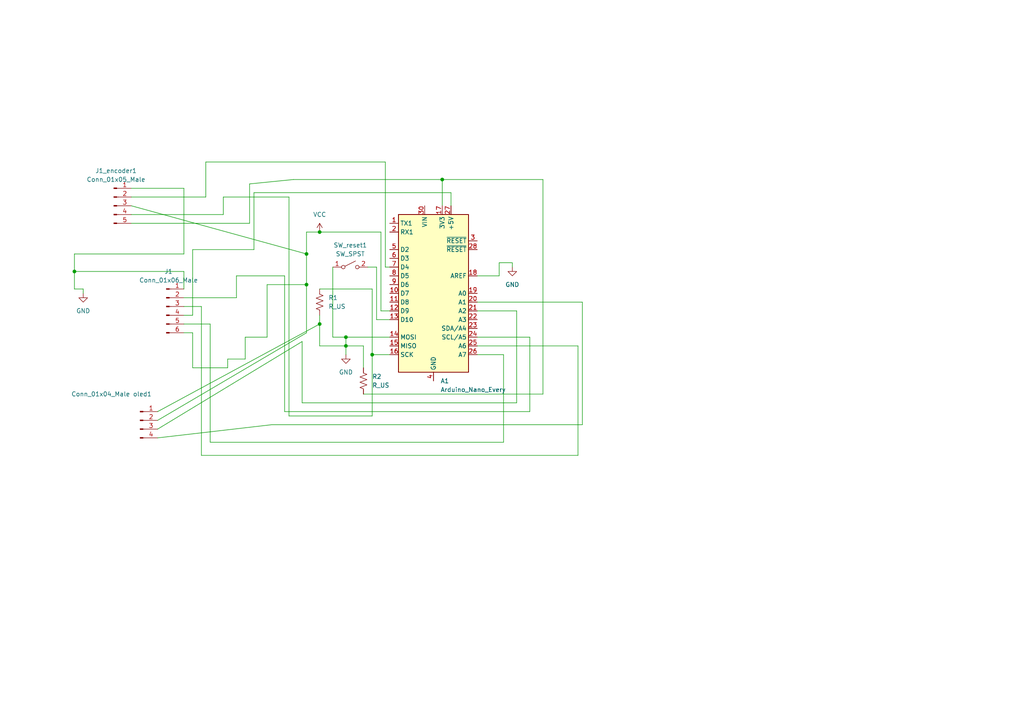
<source format=kicad_sch>
(kicad_sch (version 20211123) (generator eeschema)
  (paper "A4")
  (lib_symbols
    (symbol "Connector:Conn_01x04_Male" (pin_names (offset 1.016) hide)
      (property "Reference" "J" (at 0 5.08 0))
      (property "Value" "Conn_01x04_Male" (at 0 -7.62 0))
      (symbol "Conn_01x04_Male_1_1"
        (polyline (pts (xy 1.27 -5.08) (xy 0.8636 -5.08)) (stroke (width 0.1524)))
        (polyline (pts (xy 1.27 -2.54) (xy 0.8636 -2.54)) (stroke (width 0.1524)))
        (polyline (pts (xy 1.27 0) (xy 0.8636 0)) (stroke (width 0.1524)))
        (polyline (pts (xy 1.27 2.54) (xy 0.8636 2.54)) (stroke (width 0.1524)))
        (rectangle (start 0.8636 -4.953) (end 0 -5.207) (stroke (width 0.1524)) (fill (type outline)))
        (rectangle (start 0.8636 -2.413) (end 0 -2.667) (stroke (width 0.1524)) (fill (type outline)))
        (rectangle (start 0.8636 0.127) (end 0 -0.127) (stroke (width 0.1524)) (fill (type outline)))
        (rectangle (start 0.8636 2.667) (end 0 2.413) (stroke (width 0.1524)) (fill (type outline)))
        (pin passive line (at 5.08 2.54 180) (length 3.81) (name "Pin_1") (number "1"))
        (pin passive line (at 5.08 0 180) (length 3.81) (name "Pin_2") (number "2"))
        (pin passive line (at 5.08 -2.54 180) (length 3.81) (name "Pin_3") (number "3"))
        (pin passive line (at 5.08 -5.08 180) (length 3.81) (name "Pin_4") (number "4"))
      )
    )
    (symbol "Connector:Conn_01x05_Male" (pin_names (offset 1.016) hide)
      (property "Reference" "J" (at 0 7.62 0))
      (property "Value" "Conn_01x05_Male" (at 0 -7.62 0))
      (symbol "Conn_01x05_Male_1_1"
        (polyline (pts (xy 1.27 -5.08) (xy 0.8636 -5.08)) (stroke (width 0.1524)))
        (polyline (pts (xy 1.27 -2.54) (xy 0.8636 -2.54)) (stroke (width 0.1524)))
        (polyline (pts (xy 1.27 0) (xy 0.8636 0)) (stroke (width 0.1524)))
        (polyline (pts (xy 1.27 2.54) (xy 0.8636 2.54)) (stroke (width 0.1524)))
        (polyline (pts (xy 1.27 5.08) (xy 0.8636 5.08)) (stroke (width 0.1524)))
        (rectangle (start 0.8636 -4.953) (end 0 -5.207) (stroke (width 0.1524)) (fill (type outline)))
        (rectangle (start 0.8636 -2.413) (end 0 -2.667) (stroke (width 0.1524)) (fill (type outline)))
        (rectangle (start 0.8636 0.127) (end 0 -0.127) (stroke (width 0.1524)) (fill (type outline)))
        (rectangle (start 0.8636 2.667) (end 0 2.413) (stroke (width 0.1524)) (fill (type outline)))
        (rectangle (start 0.8636 5.207) (end 0 4.953) (stroke (width 0.1524)) (fill (type outline)))
        (pin passive line (at 5.08 5.08 180) (length 3.81) (name "Pin_1") (number "1"))
        (pin passive line (at 5.08 2.54 180) (length 3.81) (name "Pin_2") (number "2"))
        (pin passive line (at 5.08 0 180) (length 3.81) (name "Pin_3") (number "3"))
        (pin passive line (at 5.08 -2.54 180) (length 3.81) (name "Pin_4") (number "4"))
        (pin passive line (at 5.08 -5.08 180) (length 3.81) (name "Pin_5") (number "5"))
      )
    )
    (symbol "Connector:Conn_01x06_Male" (pin_names (offset 1.016) hide)
      (property "Reference" "J" (at 0 7.62 0))
      (property "Value" "Conn_01x06_Male" (at 0 -10.16 0))
      (symbol "Conn_01x06_Male_1_1"
        (polyline (pts (xy 1.27 -7.62) (xy 0.8636 -7.62)) (stroke (width 0.1524)))
        (polyline (pts (xy 1.27 -5.08) (xy 0.8636 -5.08)) (stroke (width 0.1524)))
        (polyline (pts (xy 1.27 -2.54) (xy 0.8636 -2.54)) (stroke (width 0.1524)))
        (polyline (pts (xy 1.27 0) (xy 0.8636 0)) (stroke (width 0.1524)))
        (polyline (pts (xy 1.27 2.54) (xy 0.8636 2.54)) (stroke (width 0.1524)))
        (polyline (pts (xy 1.27 5.08) (xy 0.8636 5.08)) (stroke (width 0.1524)))
        (rectangle (start 0.8636 -7.493) (end 0 -7.747) (stroke (width 0.1524)) (fill (type outline)))
        (rectangle (start 0.8636 -4.953) (end 0 -5.207) (stroke (width 0.1524)) (fill (type outline)))
        (rectangle (start 0.8636 -2.413) (end 0 -2.667) (stroke (width 0.1524)) (fill (type outline)))
        (rectangle (start 0.8636 0.127) (end 0 -0.127) (stroke (width 0.1524)) (fill (type outline)))
        (rectangle (start 0.8636 2.667) (end 0 2.413) (stroke (width 0.1524)) (fill (type outline)))
        (rectangle (start 0.8636 5.207) (end 0 4.953) (stroke (width 0.1524)) (fill (type outline)))
        (pin passive line (at 5.08 5.08 180) (length 3.81) (name "Pin_1") (number "1"))
        (pin passive line (at 5.08 2.54 180) (length 3.81) (name "Pin_2") (number "2"))
        (pin passive line (at 5.08 0 180) (length 3.81) (name "Pin_3") (number "3"))
        (pin passive line (at 5.08 -2.54 180) (length 3.81) (name "Pin_4") (number "4"))
        (pin passive line (at 5.08 -5.08 180) (length 3.81) (name "Pin_5") (number "5"))
        (pin passive line (at 5.08 -7.62 180) (length 3.81) (name "Pin_6") (number "6"))
      )
    )
    (symbol "Device:R_US" (pin_numbers hide) (pin_names (offset 0))
      (property "Reference" "R" (at 2.54 0 90))
      (property "Value" "R_US" (at -2.54 0 90))
      (symbol "R_US_0_1"
        (polyline (pts (xy 0 -2.286) (xy 0 -2.54)))
        (polyline (pts (xy 0 2.286) (xy 0 2.54)))
        (polyline (pts (xy 0 -0.762) (xy 1.016 -1.143) (xy 0 -1.524) (xy -1.016 -1.905) (xy 0 -2.286)))
        (polyline (pts (xy 0 0.762) (xy 1.016 0.381) (xy 0 0) (xy -1.016 -0.381) (xy 0 -0.762)))
        (polyline (pts (xy 0 2.286) (xy 1.016 1.905) (xy 0 1.524) (xy -1.016 1.143) (xy 0 0.762)))
      )
      (symbol "R_US_1_1"
        (pin passive line (at 0 3.81 270) (length 1.27) (name "~") (number "1"))
        (pin passive line (at 0 -3.81 90) (length 1.27) (name "~") (number "2"))
      )
    )
    (symbol "MCU_Module:Arduino_Nano_Every"
      (property "Reference" "A" (at -10.16 23.495 0))
      (property "Value" "Arduino_Nano_Every" (at 5.08 -24.13 0))
      (symbol "Arduino_Nano_Every_0_1"
        (rectangle (start -10.16 22.86) (end 10.16 -22.86) (stroke (width 0.254)) (fill (type background)))
      )
      (symbol "Arduino_Nano_Every_1_1"
        (pin bidirectional line (at -12.7 20.32 0) (length 2.54) (name "TX1") (number "1"))
        (pin bidirectional line (at -12.7 0 0) (length 2.54) (name "D7") (number "10"))
        (pin bidirectional line (at -12.7 -2.54 0) (length 2.54) (name "D8") (number "11"))
        (pin bidirectional line (at -12.7 -5.08 0) (length 2.54) (name "D9") (number "12"))
        (pin bidirectional line (at -12.7 -7.62 0) (length 2.54) (name "D10") (number "13"))
        (pin bidirectional line (at -12.7 -12.7 0) (length 2.54) (name "MOSI") (number "14"))
        (pin bidirectional line (at -12.7 -15.24 0) (length 2.54) (name "MISO") (number "15"))
        (pin bidirectional line (at -12.7 -17.78 0) (length 2.54) (name "SCK") (number "16"))
        (pin power_out line (at 2.54 25.4 270) (length 2.54) (name "3V3") (number "17"))
        (pin input line (at 12.7 5.08 180) (length 2.54) (name "AREF") (number "18"))
        (pin bidirectional line (at 12.7 0 180) (length 2.54) (name "A0") (number "19"))
        (pin bidirectional line (at -12.7 17.78 0) (length 2.54) (name "RX1") (number "2"))
        (pin bidirectional line (at 12.7 -2.54 180) (length 2.54) (name "A1") (number "20"))
        (pin bidirectional line (at 12.7 -5.08 180) (length 2.54) (name "A2") (number "21"))
        (pin bidirectional line (at 12.7 -7.62 180) (length 2.54) (name "A3") (number "22"))
        (pin bidirectional line (at 12.7 -10.16 180) (length 2.54) (name "SDA/A4") (number "23"))
        (pin bidirectional line (at 12.7 -12.7 180) (length 2.54) (name "SCL/A5") (number "24"))
        (pin bidirectional line (at 12.7 -15.24 180) (length 2.54) (name "A6") (number "25"))
        (pin bidirectional line (at 12.7 -17.78 180) (length 2.54) (name "A7") (number "26"))
        (pin power_out line (at 5.08 25.4 270) (length 2.54) (name "+5V") (number "27"))
        (pin input line (at 12.7 12.7 180) (length 2.54) (name "~{RESET}") (number "28"))
        (pin passive line (at 0 -25.4 90) (length 2.54) hide (name "GND") (number "29"))
        (pin input line (at 12.7 15.24 180) (length 2.54) (name "~{RESET}") (number "3"))
        (pin power_in line (at -2.54 25.4 270) (length 2.54) (name "VIN") (number "30"))
        (pin power_in line (at 0 -25.4 90) (length 2.54) (name "GND") (number "4"))
        (pin bidirectional line (at -12.7 12.7 0) (length 2.54) (name "D2") (number "5"))
        (pin bidirectional line (at -12.7 10.16 0) (length 2.54) (name "D3") (number "6"))
        (pin bidirectional line (at -12.7 7.62 0) (length 2.54) (name "D4") (number "7"))
        (pin bidirectional line (at -12.7 5.08 0) (length 2.54) (name "D5") (number "8"))
        (pin bidirectional line (at -12.7 2.54 0) (length 2.54) (name "D6") (number "9"))
      )
    )
    (symbol "Switch:SW_SPST" (pin_names (offset 0) hide)
      (property "Reference" "SW" (at 0 3.175 0))
      (property "Value" "SW_SPST" (at 0 -2.54 0))
      (symbol "SW_SPST_0_0"
        (circle (center -2.032 0) (radius 0.508))
        (polyline (pts (xy -1.524 0.254) (xy 1.524 1.778)))
        (circle (center 2.032 0) (radius 0.508))
      )
      (symbol "SW_SPST_1_1"
        (pin passive line (at -5.08 0 0) (length 2.54) (name "A") (number "1"))
        (pin passive line (at 5.08 0 180) (length 2.54) (name "B") (number "2"))
      )
    )
    (symbol "power:GND" (power) (pin_names (offset 0))
      (property "Value" "GND" (at 0 -3.81 0))
      (symbol "GND_0_1"
        (polyline (pts (xy 0 0) (xy 0 -1.27) (xy 1.27 -1.27) (xy 0 -2.54) (xy -1.27 -1.27) (xy 0 -1.27)))
      )
      (symbol "GND_1_1"
        (pin power_in line (at 0 0 270) (length 0) hide (name "GND") (number "1"))
      )
    )
    (symbol "power:VCC" (power) (pin_names (offset 0))
      (property "Value" "VCC" (at 0 3.81 0))
      (symbol "VCC_0_1"
        (polyline (pts (xy -0.762 1.27) (xy 0 2.54)))
        (polyline (pts (xy 0 0) (xy 0 2.54)))
        (polyline (pts (xy 0 2.54) (xy 0.762 1.27)))
      )
      (symbol "VCC_1_1"
        (pin power_in line (at 0 0 90) (length 0) hide (name "VCC") (number "1"))
      )
    )
  )
  (junction (at 88.9 82.55))
  (junction (at 92.71 93.98))
  (junction (at 21.59 78.74))
  (junction (at 128.27 52.07))
  (junction (at 100.33 97.79))
  (junction (at 88.9 73.66))
  (junction (at 100.33 100.33))
  (junction (at 92.71 67.31))
  (junction (at 107.95 102.87))
  (wire (pts (xy 138.43 80.01) (xy 144.78 80.01)))
  (wire (pts (xy 72.39 53.34) (xy 85.09 52.07)))
  (wire (pts (xy 157.48 114.3) (xy 105.41 114.3)))
  (wire (pts (xy 38.1 59.69) (xy 88.9 73.66)))
  (wire (pts (xy 110.49 67.31) (xy 92.71 67.31)))
  (wire (pts (xy 149.86 90.17) (xy 149.86 116.84)))
  (wire (pts (xy 88.9 82.55) (xy 88.9 73.66)))
  (wire (pts (xy 109.22 77.47) (xy 106.68 77.47)))
  (wire (pts (xy 113.03 97.79) (xy 100.33 97.79)))
  (wire (pts (xy 21.59 78.74) (xy 21.59 83.82)))
  (wire (pts (xy 59.69 46.99) (xy 59.69 57.15)))
  (wire (pts (xy 113.03 90.17) (xy 110.49 90.17)))
  (wire (pts (xy 83.82 57.15) (xy 83.82 120.65)))
  (wire (pts (xy 60.96 93.98) (xy 60.96 128.27)))
  (wire (pts (xy 153.67 97.79) (xy 138.43 97.79)))
  (wire (pts (xy 77.47 97.79) (xy 77.47 82.55)))
  (wire (pts (xy 88.9 96.52) (xy 88.9 82.55)))
  (wire (pts (xy 77.47 82.55) (xy 88.9 82.55)))
  (wire (pts (xy 45.72 121.92) (xy 88.9 96.52)))
  (wire (pts (xy 53.34 54.61) (xy 53.34 73.66)))
  (wire (pts (xy 21.59 83.82) (xy 24.13 83.82)))
  (wire (pts (xy 153.67 119.38) (xy 153.67 97.79)))
  (wire (pts (xy 109.22 92.71) (xy 109.22 77.47)))
  (wire (pts (xy 59.69 46.99) (xy 111.76 46.99)))
  (wire (pts (xy 92.71 100.33) (xy 100.33 100.33)))
  (wire (pts (xy 58.42 132.08) (xy 167.64 132.08)))
  (wire (pts (xy 146.05 128.27) (xy 146.05 102.87)))
  (wire (pts (xy 68.58 80.01) (xy 82.55 80.01)))
  (wire (pts (xy 128.27 52.07) (xy 128.27 59.69)))
  (wire (pts (xy 55.88 106.68) (xy 66.04 106.68)))
  (wire (pts (xy 78.74 123.19) (xy 168.91 123.19)))
  (wire (pts (xy 111.76 46.99) (xy 111.76 77.47)))
  (wire (pts (xy 73.66 55.88) (xy 130.81 55.88)))
  (wire (pts (xy 38.1 54.61) (xy 53.34 54.61)))
  (wire (pts (xy 167.64 132.08) (xy 167.64 100.33)))
  (wire (pts (xy 110.49 90.17) (xy 110.49 67.31)))
  (wire (pts (xy 55.88 91.44) (xy 55.88 72.39)))
  (wire (pts (xy 144.78 76.2) (xy 148.59 76.2)))
  (wire (pts (xy 38.1 64.77) (xy 72.39 64.77)))
  (wire (pts (xy 53.34 96.52) (xy 55.88 96.52)))
  (wire (pts (xy 83.82 120.65) (xy 107.95 120.65)))
  (wire (pts (xy 113.03 92.71) (xy 109.22 92.71)))
  (wire (pts (xy 128.27 52.07) (xy 157.48 52.07)))
  (wire (pts (xy 107.95 120.65) (xy 107.95 102.87)))
  (wire (pts (xy 45.72 124.46) (xy 87.63 99.06)))
  (wire (pts (xy 66.04 106.68) (xy 66.04 104.14)))
  (wire (pts (xy 82.55 119.38) (xy 153.67 119.38)))
  (wire (pts (xy 148.59 76.2) (xy 148.59 77.47)))
  (wire (pts (xy 138.43 100.33) (xy 167.64 100.33)))
  (wire (pts (xy 72.39 64.77) (xy 72.39 53.34)))
  (wire (pts (xy 130.81 55.88) (xy 130.81 59.69)))
  (wire (pts (xy 92.71 83.82) (xy 107.95 83.82)))
  (wire (pts (xy 53.34 86.36) (xy 68.58 86.36)))
  (wire (pts (xy 66.04 104.14) (xy 71.12 104.14)))
  (wire (pts (xy 55.88 96.52) (xy 55.88 106.68)))
  (wire (pts (xy 82.55 80.01) (xy 82.55 119.38)))
  (wire (pts (xy 105.41 100.33) (xy 100.33 100.33)))
  (wire (pts (xy 107.95 83.82) (xy 107.95 102.87)))
  (wire (pts (xy 60.96 128.27) (xy 146.05 128.27)))
  (wire (pts (xy 138.43 87.63) (xy 168.91 87.63)))
  (wire (pts (xy 64.77 57.15) (xy 83.82 57.15)))
  (wire (pts (xy 87.63 99.06) (xy 87.63 116.84)))
  (wire (pts (xy 107.95 102.87) (xy 113.03 102.87)))
  (wire (pts (xy 157.48 52.07) (xy 157.48 114.3)))
  (wire (pts (xy 53.34 73.66) (xy 21.59 73.66)))
  (wire (pts (xy 21.59 78.74) (xy 53.34 78.74)))
  (wire (pts (xy 111.76 77.47) (xy 113.03 77.47)))
  (wire (pts (xy 71.12 97.79) (xy 77.47 97.79)))
  (wire (pts (xy 45.72 127) (xy 78.74 123.19)))
  (wire (pts (xy 24.13 83.82) (xy 24.13 85.09)))
  (wire (pts (xy 105.41 106.68) (xy 105.41 100.33)))
  (wire (pts (xy 71.12 104.14) (xy 71.12 97.79)))
  (wire (pts (xy 45.72 119.38) (xy 92.71 93.98)))
  (wire (pts (xy 68.58 86.36) (xy 68.58 80.01)))
  (wire (pts (xy 21.59 73.66) (xy 21.59 78.74)))
  (wire (pts (xy 38.1 57.15) (xy 59.69 57.15)))
  (wire (pts (xy 53.34 83.82) (xy 53.34 78.74)))
  (wire (pts (xy 96.52 97.79) (xy 100.33 97.79)))
  (wire (pts (xy 92.71 93.98) (xy 92.71 91.44)))
  (wire (pts (xy 144.78 80.01) (xy 144.78 76.2)))
  (wire (pts (xy 87.63 116.84) (xy 149.86 116.84)))
  (wire (pts (xy 100.33 100.33) (xy 100.33 102.87)))
  (wire (pts (xy 138.43 102.87) (xy 146.05 102.87)))
  (wire (pts (xy 85.09 52.07) (xy 128.27 52.07)))
  (wire (pts (xy 53.34 91.44) (xy 55.88 91.44)))
  (wire (pts (xy 100.33 97.79) (xy 100.33 100.33)))
  (wire (pts (xy 55.88 72.39) (xy 73.66 72.39)))
  (wire (pts (xy 92.71 100.33) (xy 92.71 93.98)))
  (wire (pts (xy 53.34 93.98) (xy 60.96 93.98)))
  (wire (pts (xy 38.1 62.23) (xy 64.77 62.23)))
  (wire (pts (xy 96.52 77.47) (xy 96.52 97.79)))
  (wire (pts (xy 168.91 123.19) (xy 168.91 87.63)))
  (wire (pts (xy 53.34 88.9) (xy 58.42 88.9)))
  (wire (pts (xy 88.9 73.66) (xy 88.9 67.31)))
  (wire (pts (xy 58.42 88.9) (xy 58.42 132.08)))
  (wire (pts (xy 64.77 57.15) (xy 64.77 62.23)))
  (wire (pts (xy 88.9 67.31) (xy 92.71 67.31)))
  (wire (pts (xy 138.43 90.17) (xy 149.86 90.17)))
  (wire (pts (xy 73.66 72.39) (xy 73.66 55.88)))
  (symbol (lib_id "Device:R_US") (at 92.71 87.63 0) (unit 1)
    (property "Reference" "R1" (at 95.25 86.3599 0) (effects (justify left)))
    (property "Value" "R_US" (at 95.25 88.8999 0) (effects (justify left)))
    (property "Footprint" "Resistor_THT:R_Axial_DIN0309_L9.0mm_D3.2mm_P12.70mm_Horizontal" (effects hide))
  )
  (symbol (lib_id "MCU_Module:Arduino_Nano_Every") (at 125.73 85.09 0) (unit 1)
    (property "Reference" "A1" (at 127.7494 110.49 0) (effects (justify left)))
    (property "Value" "Arduino_Nano_Every" (at 127.7494 113.03 0) (effects (justify left)))
    (property "Footprint" "Module:Arduino_Nano" (effects hide))
    (property "Datasheet" "https://content.arduino.cc/assets/NANOEveryV3.0_sch.pdf" (effects hide))
  )
  (symbol (lib_id "Connector:Conn_01x04_Male") (at 40.64 121.92 0) (unit 1)
    (property "Reference" "oled1" (at 41.275 114.3 0))
    (property "Value" "Conn_01x04_Male" (at 29.21 114.3 0))
    (property "Footprint" "Connector_Wire:SolderWire-0.5sqmm_1x04_P4.6mm_D0.9mm_OD2.1mm" (effects hide))
  )
  (symbol (lib_id "power:GND") (at 148.59 77.47 0) (unit 1)
    (property "Reference" "#PWR0102" (effects hide))
    (property "Value" "GND" (at 148.59 82.55 0))
  )
  (symbol (lib_id "Connector:Conn_01x05_Male") (at 33.02 59.69 0) (unit 1)
    (property "Reference" "J1_encoder1" (at 33.655 49.53 0))
    (property "Value" "Conn_01x05_Male" (at 33.655 52.07 0))
    (property "Footprint" "Connector_Wire:SolderWire-0.5sqmm_1x05_P4.8mm_D0.9mm_OD2.3mm" (effects hide))
  )
  (symbol (lib_id "power:GND") (at 100.33 102.87 0) (unit 1)
    (property "Reference" "#PWR0101" (effects hide))
    (property "Value" "GND" (at 100.33 107.95 0))
  )
  (symbol (lib_id "Connector:Conn_01x06_Male") (at 48.26 88.9 0) (unit 1)
    (property "Reference" "J1" (at 48.895 78.74 0))
    (property "Value" "Conn_01x06_Male" (at 48.895 81.28 0))
    (property "Footprint" "Connector_Wire:SolderWire-0.5sqmm_1x06_P4.8mm_D0.9mm_OD2.3mm" (effects hide))
  )
  (symbol (lib_id "Switch:SW_SPST") (at 101.6 77.47 0) (unit 1)
    (property "Reference" "SW_reset1" (at 101.6 71.12 0))
    (property "Value" "SW_SPST" (at 101.6 73.66 0))
    (property "Footprint" "Button_Switch_THT:SW_TH_Tactile_Omron_B3F-10xx" (effects hide))
  )
  (symbol (lib_id "Device:R_US") (at 105.41 110.49 0) (unit 1)
    (property "Reference" "R2" (at 107.95 109.2199 0) (effects (justify left)))
    (property "Value" "R_US" (at 107.95 111.7599 0) (effects (justify left)))
    (property "Footprint" "Resistor_THT:R_Axial_DIN0309_L9.0mm_D3.2mm_P12.70mm_Horizontal" (effects hide))
  )
  (symbol (lib_id "power:VCC") (at 92.71 67.31 0) (unit 1)
    (property "Reference" "#PWR0103" (effects hide))
    (property "Value" "VCC" (at 92.71 62.23 0))
  )
  (symbol (lib_id "power:GND") (at 24.13 85.09 0) (unit 1)
    (property "Reference" "#PWR0104" (effects hide))
    (property "Value" "GND" (at 24.13 90.17 0))
  )
)
</source>
